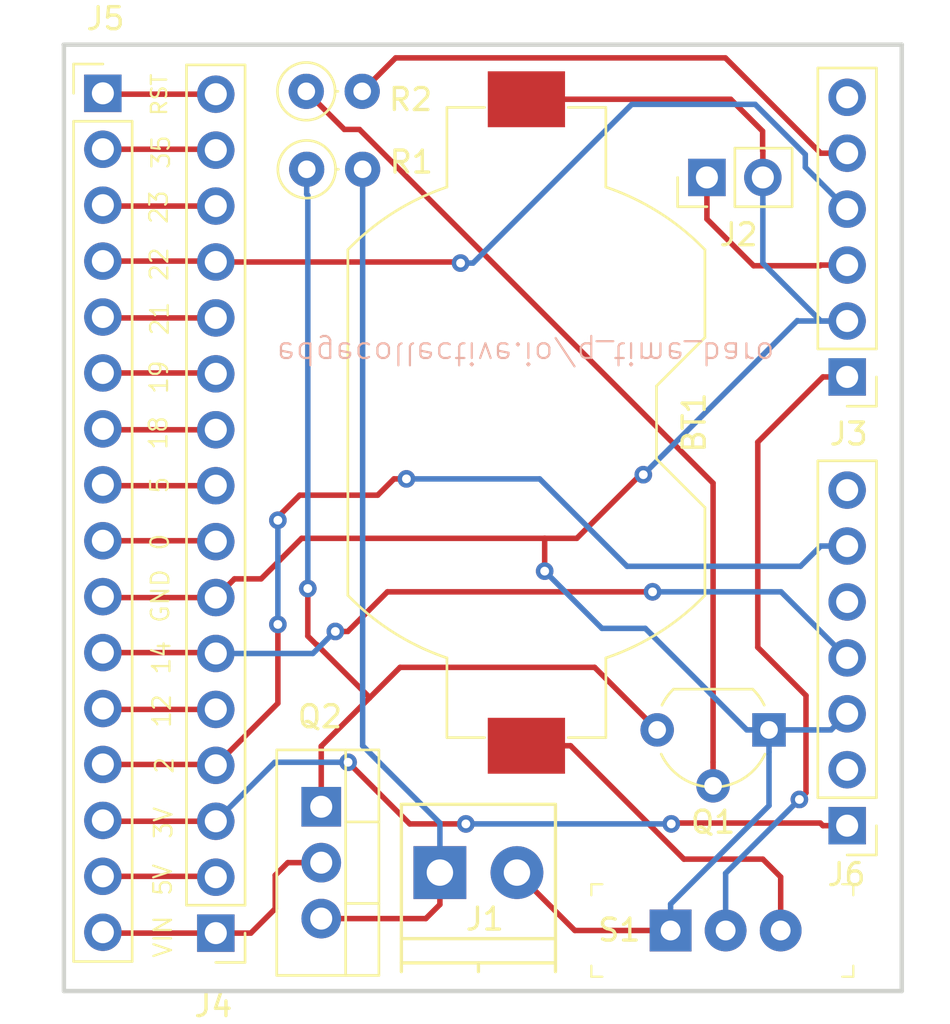
<source format=kicad_pcb>
(kicad_pcb (version 20171130) (host pcbnew 5.0.0-fee4fd1~65~ubuntu17.10.1)

  (general
    (thickness 1.6)
    (drawings 22)
    (tracks 166)
    (zones 0)
    (modules 12)
    (nets 24)
  )

  (page A4)
  (layers
    (0 Top signal)
    (31 Bottom signal)
    (32 B.Adhes user)
    (33 F.Adhes user)
    (34 B.Paste user)
    (35 F.Paste user)
    (36 B.SilkS user)
    (37 F.SilkS user)
    (38 B.Mask user)
    (39 F.Mask user)
    (40 Dwgs.User user)
    (41 Cmts.User user)
    (42 Eco1.User user)
    (43 Eco2.User user)
    (44 Edge.Cuts user)
    (45 Margin user)
    (46 B.CrtYd user)
    (47 F.CrtYd user)
    (48 B.Fab user)
    (49 F.Fab user)
  )

  (setup
    (last_trace_width 0.25)
    (user_trace_width 1.2)
    (user_trace_width 1.3)
    (user_trace_width 1.4)
    (user_trace_width 1.5)
    (user_trace_width 1.6)
    (user_trace_width 1.7)
    (user_trace_width 1.8)
    (trace_clearance 0.2)
    (zone_clearance 0.508)
    (zone_45_only no)
    (trace_min 0.2)
    (segment_width 0.2)
    (edge_width 0.15)
    (via_size 0.8)
    (via_drill 0.4)
    (via_min_size 0.4)
    (via_min_drill 0.3)
    (uvia_size 0.3)
    (uvia_drill 0.1)
    (uvias_allowed no)
    (uvia_min_size 0.2)
    (uvia_min_drill 0.1)
    (pcb_text_width 0.3)
    (pcb_text_size 1.5 1.5)
    (mod_edge_width 0.15)
    (mod_text_size 1 1)
    (mod_text_width 0.15)
    (pad_size 1.524 1.524)
    (pad_drill 0.762)
    (pad_to_mask_clearance 0.2)
    (aux_axis_origin 0 0)
    (visible_elements FFFFFF7F)
    (pcbplotparams
      (layerselection 0x010fc_ffffffff)
      (usegerberextensions false)
      (usegerberattributes false)
      (usegerberadvancedattributes false)
      (creategerberjobfile false)
      (excludeedgelayer true)
      (linewidth 0.100000)
      (plotframeref false)
      (viasonmask false)
      (mode 1)
      (useauxorigin false)
      (hpglpennumber 1)
      (hpglpenspeed 20)
      (hpglpendiameter 15.000000)
      (psnegative false)
      (psa4output false)
      (plotreference true)
      (plotvalue true)
      (plotinvisibletext false)
      (padsonsilk false)
      (subtractmaskfromsilk false)
      (outputformat 1)
      (mirror false)
      (drillshape 0)
      (scaleselection 1)
      (outputdirectory "gerb3/"))
  )

  (net 0 "")
  (net 1 "Net-(Q1-Pad2)")
  (net 2 "Net-(Q1-Pad3)")
  (net 3 GND)
  (net 4 "Net-(BT1-Pad1)")
  (net 5 "Net-(J1-Pad1)")
  (net 6 "Net-(J2-Pad1)")
  (net 7 "Net-(J3-Pad1)")
  (net 8 "Net-(J3-Pad4)")
  (net 9 "Net-(J3-Pad5)")
  (net 10 "Net-(J4-Pad1)")
  (net 11 "Net-(J4-Pad2)")
  (net 12 "Net-(J4-Pad3)")
  (net 13 "Net-(J4-Pad4)")
  (net 14 "Net-(J4-Pad5)")
  (net 15 "Net-(J4-Pad6)")
  (net 16 "Net-(J4-Pad8)")
  (net 17 "Net-(J4-Pad9)")
  (net 18 "Net-(J4-Pad10)")
  (net 19 "Net-(J4-Pad11)")
  (net 20 "Net-(J4-Pad12)")
  (net 21 "Net-(J4-Pad14)")
  (net 22 "Net-(J4-Pad15)")
  (net 23 "Net-(J4-Pad16)")

  (net_class Default "This is the default net class."
    (clearance 0.2)
    (trace_width 0.25)
    (via_dia 0.8)
    (via_drill 0.4)
    (uvia_dia 0.3)
    (uvia_drill 0.1)
    (add_net GND)
    (add_net "Net-(BT1-Pad1)")
    (add_net "Net-(J1-Pad1)")
    (add_net "Net-(J2-Pad1)")
    (add_net "Net-(J3-Pad1)")
    (add_net "Net-(J3-Pad4)")
    (add_net "Net-(J3-Pad5)")
    (add_net "Net-(J4-Pad1)")
    (add_net "Net-(J4-Pad10)")
    (add_net "Net-(J4-Pad11)")
    (add_net "Net-(J4-Pad12)")
    (add_net "Net-(J4-Pad14)")
    (add_net "Net-(J4-Pad15)")
    (add_net "Net-(J4-Pad16)")
    (add_net "Net-(J4-Pad2)")
    (add_net "Net-(J4-Pad3)")
    (add_net "Net-(J4-Pad4)")
    (add_net "Net-(J4-Pad5)")
    (add_net "Net-(J4-Pad6)")
    (add_net "Net-(J4-Pad8)")
    (add_net "Net-(J4-Pad9)")
    (add_net "Net-(Q1-Pad2)")
    (add_net "Net-(Q1-Pad3)")
  )

  (module Battery_Holders:Keystone_1058_1x2032-CoinCell (layer Top) (tedit 589EE147) (tstamp 5CC3EC58)
    (at 47.09 48.35 90)
    (descr http://www.keyelco.com/product-pdf.cfm?p=14028)
    (tags "Keystone type 1058 coin cell retainer")
    (path /5CC3BB2A)
    (attr smd)
    (fp_text reference BT1 (at 0 7.62 90) (layer F.SilkS)
      (effects (font (size 1 1) (thickness 0.15)))
    )
    (fp_text value Battery_Cell (at 0 -9.398 90) (layer F.Fab)
      (effects (font (size 1 1) (thickness 0.15)))
    )
    (fp_arc (start 0 0) (end 11.06 4.11) (angle 139.2) (layer F.CrtYd) (width 0.05))
    (fp_arc (start 0 0) (end -11.06 -4.11) (angle 139.2) (layer F.CrtYd) (width 0.05))
    (fp_line (start 11.06 4.11) (end 16.45 4.11) (layer F.CrtYd) (width 0.05))
    (fp_line (start 16.45 4.11) (end 16.45 -4.11) (layer F.CrtYd) (width 0.05))
    (fp_line (start 16.45 -4.11) (end 11.06 -4.11) (layer F.CrtYd) (width 0.05))
    (fp_line (start -16.45 -4.11) (end -11.06 -4.11) (layer F.CrtYd) (width 0.05))
    (fp_line (start -16.45 -4.11) (end -16.45 4.11) (layer F.CrtYd) (width 0.05))
    (fp_line (start -16.45 4.11) (end -11.06 4.11) (layer F.CrtYd) (width 0.05))
    (fp_arc (start 0 0) (end -10.692 3.61) (angle -27.3) (layer F.SilkS) (width 0.12))
    (fp_arc (start 0 0) (end 10.692 -3.61) (angle -27.3) (layer F.SilkS) (width 0.12))
    (fp_arc (start 0 0) (end 10.692 3.61) (angle 27.3) (layer F.SilkS) (width 0.12))
    (fp_arc (start 0 0) (end -10.692 -3.61) (angle 27.3) (layer F.SilkS) (width 0.12))
    (fp_line (start -14.31 1.9) (end -14.31 3.61) (layer F.SilkS) (width 0.12))
    (fp_line (start -10.692 3.61) (end -14.31 3.61) (layer F.SilkS) (width 0.12))
    (fp_line (start -3.86 8.11) (end -7.8473 8.11) (layer F.SilkS) (width 0.12))
    (fp_line (start -1.66 5.91) (end -3.86 8.11) (layer F.SilkS) (width 0.12))
    (fp_line (start 1.66 5.91) (end -1.66 5.91) (layer F.SilkS) (width 0.12))
    (fp_line (start 1.66 5.91) (end 3.86 8.11) (layer F.SilkS) (width 0.12))
    (fp_line (start 7.8473 8.11) (end 3.86 8.11) (layer F.SilkS) (width 0.12))
    (fp_line (start 14.31 1.9) (end 14.31 3.61) (layer F.SilkS) (width 0.12))
    (fp_line (start 14.31 3.61) (end 10.692 3.61) (layer F.SilkS) (width 0.12))
    (fp_line (start 10.692 -3.61) (end 14.31 -3.61) (layer F.SilkS) (width 0.12))
    (fp_line (start 14.31 -1.9) (end 14.31 -3.61) (layer F.SilkS) (width 0.12))
    (fp_line (start -7.8473 -8.11) (end 7.8473 -8.11) (layer F.SilkS) (width 0.12))
    (fp_line (start -14.31 -1.9) (end -14.31 -3.61) (layer F.SilkS) (width 0.12))
    (fp_line (start -14.31 -3.61) (end -10.692 -3.61) (layer F.SilkS) (width 0.12))
    (fp_arc (start 0 0) (end -10.61275 3.5) (angle -27.4635) (layer F.Fab) (width 0.1))
    (fp_arc (start 0 0) (end 10.61275 -3.5) (angle -27.4635) (layer F.Fab) (width 0.1))
    (fp_arc (start 0 0) (end 10.61275 3.5) (angle 27.4635) (layer F.Fab) (width 0.1))
    (fp_line (start 14.2 1.9) (end 14.2 3.5) (layer F.Fab) (width 0.1))
    (fp_line (start 14.2 3.5) (end 10.61275 3.5) (layer F.Fab) (width 0.1))
    (fp_line (start 10.61275 -3.5) (end 14.2 -3.5) (layer F.Fab) (width 0.1))
    (fp_line (start 14.2 -3.5) (end 14.2 -1.9) (layer F.Fab) (width 0.1))
    (fp_line (start -14.2 1.9) (end -14.2 3.5) (layer F.Fab) (width 0.1))
    (fp_line (start -14.2 3.5) (end -10.61275 3.5) (layer F.Fab) (width 0.1))
    (fp_line (start 3.9 8) (end 7.8026 8) (layer F.Fab) (width 0.1))
    (fp_line (start 1.7 5.8) (end 3.9 8) (layer F.Fab) (width 0.1))
    (fp_line (start -1.7 5.8) (end -3.9 8) (layer F.Fab) (width 0.1))
    (fp_line (start -1.7 5.8) (end 1.7 5.8) (layer F.Fab) (width 0.1))
    (fp_line (start -14.2 -3.5) (end -10.61275 -3.5) (layer F.Fab) (width 0.1))
    (fp_line (start -14.2 -3.5) (end -14.2 -1.9) (layer F.Fab) (width 0.1))
    (fp_line (start -3.9 8) (end -7.8026 8) (layer F.Fab) (width 0.1))
    (fp_line (start -7.8026 -8) (end 7.8026 -8) (layer F.Fab) (width 0.1))
    (fp_arc (start 0 0) (end -10.61275 -3.5) (angle 27.4635) (layer F.Fab) (width 0.1))
    (fp_circle (center 0 0) (end 10 0) (layer Dwgs.User) (width 0.15))
    (pad 1 smd rect (at -14.68 0 90) (size 2.54 3.51) (layers Top F.Paste F.Mask)
      (net 4 "Net-(BT1-Pad1)"))
    (pad 2 smd rect (at 14.68 0 90) (size 2.54 3.51) (layers Top F.Paste F.Mask)
      (net 3 GND))
  )

  (module TerminalBlocks_Phoenix:TerminalBlock_Phoenix_PT-3.5mm_2pol (layer Top) (tedit 59FF0756) (tstamp 5CC3EC69)
    (at 43.16 68.79)
    (descr "2-way 3.5mm pitch terminal block, Phoenix PT series")
    (path /5CC3BAD2)
    (fp_text reference J1 (at 2.04 2.11) (layer F.SilkS)
      (effects (font (size 1 1) (thickness 0.15)))
    )
    (fp_text value Screw_Terminal_01x02 (at 1.75 6) (layer F.Fab)
      (effects (font (size 1 1) (thickness 0.15)))
    )
    (fp_line (start 5.25 -3.1) (end -1.75 -3.1) (layer F.SilkS) (width 0.15))
    (fp_line (start 5.25 4.5) (end 5.25 -3.1) (layer F.SilkS) (width 0.15))
    (fp_line (start -1.75 -3.1) (end -1.75 4.5) (layer F.SilkS) (width 0.15))
    (fp_line (start -1.75 4.1) (end 5.25 4.1) (layer F.SilkS) (width 0.15))
    (fp_line (start -1.75 3) (end 5.25 3) (layer F.SilkS) (width 0.15))
    (fp_line (start 1.75 4.1) (end 1.75 4.5) (layer F.SilkS) (width 0.15))
    (fp_line (start 5.4 -3.3) (end 5.4 4.7) (layer F.CrtYd) (width 0.05))
    (fp_line (start 5.4 4.7) (end -1.9 4.7) (layer F.CrtYd) (width 0.05))
    (fp_line (start -1.9 4.7) (end -1.9 -3.3) (layer F.CrtYd) (width 0.05))
    (fp_line (start -1.9 -3.3) (end 5.4 -3.3) (layer F.CrtYd) (width 0.05))
    (fp_text user %R (at 1.75 0) (layer F.Fab)
      (effects (font (size 1 1) (thickness 0.15)))
    )
    (pad 1 thru_hole rect (at 0 0) (size 2.4 2.4) (drill 1.2) (layers *.Cu *.Mask)
      (net 5 "Net-(J1-Pad1)"))
    (pad 2 thru_hole circle (at 3.5 0) (size 2.4 2.4) (drill 1.2) (layers *.Cu *.Mask)
      (net 3 GND))
    (model ${KISYS3DMOD}/TerminalBlock_Phoenix.3dshapes/TerminalBlock_Phoenix_PT-3.5mm_2pol.wrl
      (at (xyz 0 0 0))
      (scale (xyz 1 1 1))
      (rotate (xyz 0 0 0))
    )
  )

  (module Pin_Headers:Pin_Header_Straight_1x02_Pitch2.54mm (layer Top) (tedit 59650532) (tstamp 5CC3EC7F)
    (at 55.29 37.22 90)
    (descr "Through hole straight pin header, 1x02, 2.54mm pitch, single row")
    (tags "Through hole pin header THT 1x02 2.54mm single row")
    (path /5CC3BAD9)
    (fp_text reference J2 (at -2.6 1.44 180) (layer F.SilkS)
      (effects (font (size 1 1) (thickness 0.15)))
    )
    (fp_text value Conn_01x02 (at 0 4.87 90) (layer F.Fab)
      (effects (font (size 1 1) (thickness 0.15)))
    )
    (fp_text user %R (at 0 1.27 180) (layer F.Fab)
      (effects (font (size 1 1) (thickness 0.15)))
    )
    (fp_line (start 1.8 -1.8) (end -1.8 -1.8) (layer F.CrtYd) (width 0.05))
    (fp_line (start 1.8 4.35) (end 1.8 -1.8) (layer F.CrtYd) (width 0.05))
    (fp_line (start -1.8 4.35) (end 1.8 4.35) (layer F.CrtYd) (width 0.05))
    (fp_line (start -1.8 -1.8) (end -1.8 4.35) (layer F.CrtYd) (width 0.05))
    (fp_line (start -1.33 -1.33) (end 0 -1.33) (layer F.SilkS) (width 0.12))
    (fp_line (start -1.33 0) (end -1.33 -1.33) (layer F.SilkS) (width 0.12))
    (fp_line (start -1.33 1.27) (end 1.33 1.27) (layer F.SilkS) (width 0.12))
    (fp_line (start 1.33 1.27) (end 1.33 3.87) (layer F.SilkS) (width 0.12))
    (fp_line (start -1.33 1.27) (end -1.33 3.87) (layer F.SilkS) (width 0.12))
    (fp_line (start -1.33 3.87) (end 1.33 3.87) (layer F.SilkS) (width 0.12))
    (fp_line (start -1.27 -0.635) (end -0.635 -1.27) (layer F.Fab) (width 0.1))
    (fp_line (start -1.27 3.81) (end -1.27 -0.635) (layer F.Fab) (width 0.1))
    (fp_line (start 1.27 3.81) (end -1.27 3.81) (layer F.Fab) (width 0.1))
    (fp_line (start 1.27 -1.27) (end 1.27 3.81) (layer F.Fab) (width 0.1))
    (fp_line (start -0.635 -1.27) (end 1.27 -1.27) (layer F.Fab) (width 0.1))
    (pad 2 thru_hole oval (at 0 2.54 90) (size 1.7 1.7) (drill 1) (layers *.Cu *.Mask)
      (net 3 GND))
    (pad 1 thru_hole rect (at 0 0 90) (size 1.7 1.7) (drill 1) (layers *.Cu *.Mask)
      (net 6 "Net-(J2-Pad1)"))
    (model ${KISYS3DMOD}/Pin_Headers.3dshapes/Pin_Header_Straight_1x02_Pitch2.54mm.wrl
      (at (xyz 0 0 0))
      (scale (xyz 1 1 1))
      (rotate (xyz 0 0 0))
    )
  )

  (module Pin_Headers:Pin_Header_Straight_1x16_Pitch2.54mm (layer Top) (tedit 59650532) (tstamp 5CC3ECA3)
    (at 32.98 71.54 180)
    (descr "Through hole straight pin header, 1x16, 2.54mm pitch, single row")
    (tags "Through hole pin header THT 1x16 2.54mm single row")
    (path /5CC3BAE4)
    (fp_text reference J4 (at 0.11 -3.29 180) (layer F.SilkS)
      (effects (font (size 1 1) (thickness 0.15)))
    )
    (fp_text value Conn_01x16 (at 0 40.43 180) (layer F.Fab)
      (effects (font (size 1 1) (thickness 0.15)))
    )
    (fp_line (start -0.635 -1.27) (end 1.27 -1.27) (layer F.Fab) (width 0.1))
    (fp_line (start 1.27 -1.27) (end 1.27 39.37) (layer F.Fab) (width 0.1))
    (fp_line (start 1.27 39.37) (end -1.27 39.37) (layer F.Fab) (width 0.1))
    (fp_line (start -1.27 39.37) (end -1.27 -0.635) (layer F.Fab) (width 0.1))
    (fp_line (start -1.27 -0.635) (end -0.635 -1.27) (layer F.Fab) (width 0.1))
    (fp_line (start -1.33 39.43) (end 1.33 39.43) (layer F.SilkS) (width 0.12))
    (fp_line (start -1.33 1.27) (end -1.33 39.43) (layer F.SilkS) (width 0.12))
    (fp_line (start 1.33 1.27) (end 1.33 39.43) (layer F.SilkS) (width 0.12))
    (fp_line (start -1.33 1.27) (end 1.33 1.27) (layer F.SilkS) (width 0.12))
    (fp_line (start -1.33 0) (end -1.33 -1.33) (layer F.SilkS) (width 0.12))
    (fp_line (start -1.33 -1.33) (end 0 -1.33) (layer F.SilkS) (width 0.12))
    (fp_line (start -1.8 -1.8) (end -1.8 39.9) (layer F.CrtYd) (width 0.05))
    (fp_line (start -1.8 39.9) (end 1.8 39.9) (layer F.CrtYd) (width 0.05))
    (fp_line (start 1.8 39.9) (end 1.8 -1.8) (layer F.CrtYd) (width 0.05))
    (fp_line (start 1.8 -1.8) (end -1.8 -1.8) (layer F.CrtYd) (width 0.05))
    (fp_text user %R (at 0 19.05 270) (layer F.Fab)
      (effects (font (size 1 1) (thickness 0.15)))
    )
    (pad 1 thru_hole rect (at 0 0 180) (size 1.7 1.7) (drill 1) (layers *.Cu *.Mask)
      (net 10 "Net-(J4-Pad1)"))
    (pad 2 thru_hole oval (at 0 2.54 180) (size 1.7 1.7) (drill 1) (layers *.Cu *.Mask)
      (net 11 "Net-(J4-Pad2)"))
    (pad 3 thru_hole oval (at 0 5.08 180) (size 1.7 1.7) (drill 1) (layers *.Cu *.Mask)
      (net 12 "Net-(J4-Pad3)"))
    (pad 4 thru_hole oval (at 0 7.62 180) (size 1.7 1.7) (drill 1) (layers *.Cu *.Mask)
      (net 13 "Net-(J4-Pad4)"))
    (pad 5 thru_hole oval (at 0 10.16 180) (size 1.7 1.7) (drill 1) (layers *.Cu *.Mask)
      (net 14 "Net-(J4-Pad5)"))
    (pad 6 thru_hole oval (at 0 12.7 180) (size 1.7 1.7) (drill 1) (layers *.Cu *.Mask)
      (net 15 "Net-(J4-Pad6)"))
    (pad 7 thru_hole oval (at 0 15.24 180) (size 1.7 1.7) (drill 1) (layers *.Cu *.Mask)
      (net 3 GND))
    (pad 8 thru_hole oval (at 0 17.78 180) (size 1.7 1.7) (drill 1) (layers *.Cu *.Mask)
      (net 16 "Net-(J4-Pad8)"))
    (pad 9 thru_hole oval (at 0 20.32 180) (size 1.7 1.7) (drill 1) (layers *.Cu *.Mask)
      (net 17 "Net-(J4-Pad9)"))
    (pad 10 thru_hole oval (at 0 22.86 180) (size 1.7 1.7) (drill 1) (layers *.Cu *.Mask)
      (net 18 "Net-(J4-Pad10)"))
    (pad 11 thru_hole oval (at 0 25.4 180) (size 1.7 1.7) (drill 1) (layers *.Cu *.Mask)
      (net 19 "Net-(J4-Pad11)"))
    (pad 12 thru_hole oval (at 0 27.94 180) (size 1.7 1.7) (drill 1) (layers *.Cu *.Mask)
      (net 20 "Net-(J4-Pad12)"))
    (pad 13 thru_hole oval (at 0 30.48 180) (size 1.7 1.7) (drill 1) (layers *.Cu *.Mask)
      (net 8 "Net-(J3-Pad4)"))
    (pad 14 thru_hole oval (at 0 33.02 180) (size 1.7 1.7) (drill 1) (layers *.Cu *.Mask)
      (net 21 "Net-(J4-Pad14)"))
    (pad 15 thru_hole oval (at 0 35.56 180) (size 1.7 1.7) (drill 1) (layers *.Cu *.Mask)
      (net 22 "Net-(J4-Pad15)"))
    (pad 16 thru_hole oval (at 0 38.1 180) (size 1.7 1.7) (drill 1) (layers *.Cu *.Mask)
      (net 23 "Net-(J4-Pad16)"))
    (model ${KISYS3DMOD}/Pin_Headers.3dshapes/Pin_Header_Straight_1x16_Pitch2.54mm.wrl
      (at (xyz 0 0 0))
      (scale (xyz 1 1 1))
      (rotate (xyz 0 0 0))
    )
  )

  (module TO_SOT_Packages_THT:TO-92_Molded_Wide (layer Top) (tedit 58CE52AF) (tstamp 5CC3ECB7)
    (at 58.11 62.31 180)
    (descr "TO-92 leads molded, wide, drill 0.8mm (see NXP sot054_po.pdf)")
    (tags "to-92 sc-43 sc-43a sot54 PA33 transistor")
    (path /5CC3BAB2)
    (fp_text reference Q1 (at 2.54 -4.19) (layer F.SilkS)
      (effects (font (size 1 1) (thickness 0.15)))
    )
    (fp_text value Q_NPN_EBC (at 2.54 2.79 180) (layer F.Fab)
      (effects (font (size 1 1) (thickness 0.15)))
    )
    (fp_arc (start 2.54 0) (end 4.34 1.85) (angle -20) (layer F.SilkS) (width 0.12))
    (fp_arc (start 2.54 0) (end 2.54 -2.48) (angle -135) (layer F.Fab) (width 0.1))
    (fp_arc (start 2.54 0) (end 2.54 -2.48) (angle 135) (layer F.Fab) (width 0.1))
    (fp_arc (start 2.54 0) (end 2.54 -2.6) (angle 65) (layer F.SilkS) (width 0.12))
    (fp_arc (start 2.54 0) (end 2.54 -2.6) (angle -65) (layer F.SilkS) (width 0.12))
    (fp_arc (start 2.54 0) (end 0.74 1.85) (angle 20) (layer F.SilkS) (width 0.12))
    (fp_line (start 6.09 2.01) (end -1.01 2.01) (layer F.CrtYd) (width 0.05))
    (fp_line (start 6.09 2.01) (end 6.09 -3.55) (layer F.CrtYd) (width 0.05))
    (fp_line (start -1.01 -3.55) (end -1.01 2.01) (layer F.CrtYd) (width 0.05))
    (fp_line (start -1.01 -3.55) (end 6.09 -3.55) (layer F.CrtYd) (width 0.05))
    (fp_line (start 0.8 1.75) (end 4.3 1.75) (layer F.Fab) (width 0.1))
    (fp_line (start 0.74 1.85) (end 4.34 1.85) (layer F.SilkS) (width 0.12))
    (fp_text user %R (at 2.54 -4.19) (layer F.Fab)
      (effects (font (size 1 1) (thickness 0.15)))
    )
    (pad 1 thru_hole rect (at 0 0 270) (size 1.52 1.52) (drill 0.8) (layers *.Cu *.Mask)
      (net 3 GND))
    (pad 3 thru_hole circle (at 5.08 0 270) (size 1.52 1.52) (drill 0.8) (layers *.Cu *.Mask)
      (net 2 "Net-(Q1-Pad3)"))
    (pad 2 thru_hole circle (at 2.54 -2.54 270) (size 1.52 1.52) (drill 0.8) (layers *.Cu *.Mask)
      (net 1 "Net-(Q1-Pad2)"))
    (model ${KISYS3DMOD}/TO_SOT_Packages_THT.3dshapes/TO-92_Molded_Wide.wrl
      (offset (xyz 2.539999961853027 0 0))
      (scale (xyz 1 1 1))
      (rotate (xyz 0 0 -90))
    )
  )

  (module TO_SOT_Packages_THT:TO-220-3_Vertical (layer Top) (tedit 58CE52AD) (tstamp 5CC3ECD1)
    (at 37.77 65.8 270)
    (descr "TO-220-3, Vertical, RM 2.54mm")
    (tags "TO-220-3 Vertical RM 2.54mm")
    (path /5CC3BAB9)
    (fp_text reference Q2 (at -4.09 0.06) (layer F.SilkS)
      (effects (font (size 1 1) (thickness 0.15)))
    )
    (fp_text value Q_PMOS_GDS (at 2.54 3.92 270) (layer F.Fab)
      (effects (font (size 1 1) (thickness 0.15)))
    )
    (fp_text user %R (at 2.54 -3.62 270) (layer F.Fab)
      (effects (font (size 1 1) (thickness 0.15)))
    )
    (fp_line (start -2.46 -2.5) (end -2.46 1.9) (layer F.Fab) (width 0.1))
    (fp_line (start -2.46 1.9) (end 7.54 1.9) (layer F.Fab) (width 0.1))
    (fp_line (start 7.54 1.9) (end 7.54 -2.5) (layer F.Fab) (width 0.1))
    (fp_line (start 7.54 -2.5) (end -2.46 -2.5) (layer F.Fab) (width 0.1))
    (fp_line (start -2.46 -1.23) (end 7.54 -1.23) (layer F.Fab) (width 0.1))
    (fp_line (start 0.69 -2.5) (end 0.69 -1.23) (layer F.Fab) (width 0.1))
    (fp_line (start 4.39 -2.5) (end 4.39 -1.23) (layer F.Fab) (width 0.1))
    (fp_line (start -2.58 -2.62) (end 7.66 -2.62) (layer F.SilkS) (width 0.12))
    (fp_line (start -2.58 2.021) (end 7.66 2.021) (layer F.SilkS) (width 0.12))
    (fp_line (start -2.58 -2.62) (end -2.58 2.021) (layer F.SilkS) (width 0.12))
    (fp_line (start 7.66 -2.62) (end 7.66 2.021) (layer F.SilkS) (width 0.12))
    (fp_line (start -2.58 -1.11) (end 7.66 -1.11) (layer F.SilkS) (width 0.12))
    (fp_line (start 0.69 -2.62) (end 0.69 -1.11) (layer F.SilkS) (width 0.12))
    (fp_line (start 4.391 -2.62) (end 4.391 -1.11) (layer F.SilkS) (width 0.12))
    (fp_line (start -2.71 -2.75) (end -2.71 2.16) (layer F.CrtYd) (width 0.05))
    (fp_line (start -2.71 2.16) (end 7.79 2.16) (layer F.CrtYd) (width 0.05))
    (fp_line (start 7.79 2.16) (end 7.79 -2.75) (layer F.CrtYd) (width 0.05))
    (fp_line (start 7.79 -2.75) (end -2.71 -2.75) (layer F.CrtYd) (width 0.05))
    (pad 1 thru_hole rect (at 0 0 270) (size 1.8 1.8) (drill 1) (layers *.Cu *.Mask)
      (net 2 "Net-(Q1-Pad3)"))
    (pad 2 thru_hole oval (at 2.54 0 270) (size 1.8 1.8) (drill 1) (layers *.Cu *.Mask)
      (net 10 "Net-(J4-Pad1)"))
    (pad 3 thru_hole oval (at 5.08 0 270) (size 1.8 1.8) (drill 1) (layers *.Cu *.Mask)
      (net 5 "Net-(J1-Pad1)"))
    (model ${KISYS3DMOD}/TO_SOT_Packages_THT.3dshapes/TO-220-3_Vertical.wrl
      (offset (xyz 2.539999961853027 0 0))
      (scale (xyz 0.393701 0.393701 0.393701))
      (rotate (xyz 0 0 0))
    )
  )

  (module digikey-footprints:Switch_Slide_11.6x4mm_EG1218 (layer Top) (tedit 5A1EC915) (tstamp 5CC3ED15)
    (at 53.64 71.42)
    (descr http://spec_sheets.e-switch.com/specs/P040040.pdf)
    (path /5CC3CF5D)
    (fp_text reference S1 (at -2.33 -0.02) (layer F.SilkS)
      (effects (font (size 1 1) (thickness 0.15)))
    )
    (fp_text value EG1218 (at 2.11 3.14) (layer F.Fab)
      (effects (font (size 1 1) (thickness 0.15)))
    )
    (fp_text user %R (at 2.5 0) (layer F.Fab)
      (effects (font (size 1 1) (thickness 0.15)))
    )
    (fp_line (start -3.67 2.25) (end -3.67 -2.25) (layer F.CrtYd) (width 0.05))
    (fp_line (start -3.67 2.25) (end 8.43 2.25) (layer F.CrtYd) (width 0.05))
    (fp_line (start 8.43 2.25) (end 8.43 -2.25) (layer F.CrtYd) (width 0.05))
    (fp_line (start -3.67 -2.25) (end 8.43 -2.25) (layer F.CrtYd) (width 0.05))
    (fp_line (start 8.3 2.1) (end 7.8 2.1) (layer F.SilkS) (width 0.1))
    (fp_line (start 8.3 2.1) (end 8.3 1.6) (layer F.SilkS) (width 0.1))
    (fp_line (start -3.6 2.1) (end -3.1 2.1) (layer F.SilkS) (width 0.1))
    (fp_line (start -3.6 2.1) (end -3.6 1.6) (layer F.SilkS) (width 0.1))
    (fp_line (start -3.6 -2.1) (end -3.1 -2.1) (layer F.SilkS) (width 0.1))
    (fp_line (start -3.6 -2.1) (end -3.6 -1.6) (layer F.SilkS) (width 0.1))
    (fp_line (start 8.3 -2.1) (end 8.3 -1.6) (layer F.SilkS) (width 0.1))
    (fp_line (start 8.3 -2.1) (end 7.8 -2.1) (layer F.SilkS) (width 0.1))
    (fp_line (start -3.42 2) (end 8.18 2) (layer F.Fab) (width 0.1))
    (fp_line (start 8.18 2) (end 8.18 -2) (layer F.Fab) (width 0.1))
    (fp_line (start -3.42 2) (end -3.42 -2) (layer F.Fab) (width 0.1))
    (fp_line (start -3.42 -2) (end 8.18 -2) (layer F.Fab) (width 0.1))
    (pad 1 thru_hole rect (at 0 0) (size 1.9 1.9) (drill 0.9) (layers *.Cu *.Mask)
      (net 3 GND))
    (pad 2 thru_hole circle (at 2.5 0) (size 1.9 1.9) (drill 0.9) (layers *.Cu *.Mask)
      (net 7 "Net-(J3-Pad1)"))
    (pad 3 thru_hole circle (at 5 0) (size 1.9 1.9) (drill 0.9) (layers *.Cu *.Mask)
      (net 4 "Net-(BT1-Pad1)"))
  )

  (module Pin_Headers:Pin_Header_Straight_1x06_Pitch2.54mm (layer Top) (tedit 59650532) (tstamp 5CC3ED2F)
    (at 61.66 46.28 180)
    (descr "Through hole straight pin header, 1x06, 2.54mm pitch, single row")
    (tags "Through hole pin header THT 1x06 2.54mm single row")
    (path /5CC3BAAB)
    (fp_text reference J3 (at -0.07 -2.59 180) (layer F.SilkS)
      (effects (font (size 1 1) (thickness 0.15)))
    )
    (fp_text value tpl5110 (at 0 15.03 180) (layer F.Fab)
      (effects (font (size 1 1) (thickness 0.15)))
    )
    (fp_text user %R (at 0 6.35 270) (layer F.Fab)
      (effects (font (size 1 1) (thickness 0.15)))
    )
    (fp_line (start 1.8 -1.8) (end -1.8 -1.8) (layer F.CrtYd) (width 0.05))
    (fp_line (start 1.8 14.5) (end 1.8 -1.8) (layer F.CrtYd) (width 0.05))
    (fp_line (start -1.8 14.5) (end 1.8 14.5) (layer F.CrtYd) (width 0.05))
    (fp_line (start -1.8 -1.8) (end -1.8 14.5) (layer F.CrtYd) (width 0.05))
    (fp_line (start -1.33 -1.33) (end 0 -1.33) (layer F.SilkS) (width 0.12))
    (fp_line (start -1.33 0) (end -1.33 -1.33) (layer F.SilkS) (width 0.12))
    (fp_line (start -1.33 1.27) (end 1.33 1.27) (layer F.SilkS) (width 0.12))
    (fp_line (start 1.33 1.27) (end 1.33 14.03) (layer F.SilkS) (width 0.12))
    (fp_line (start -1.33 1.27) (end -1.33 14.03) (layer F.SilkS) (width 0.12))
    (fp_line (start -1.33 14.03) (end 1.33 14.03) (layer F.SilkS) (width 0.12))
    (fp_line (start -1.27 -0.635) (end -0.635 -1.27) (layer F.Fab) (width 0.1))
    (fp_line (start -1.27 13.97) (end -1.27 -0.635) (layer F.Fab) (width 0.1))
    (fp_line (start 1.27 13.97) (end -1.27 13.97) (layer F.Fab) (width 0.1))
    (fp_line (start 1.27 -1.27) (end 1.27 13.97) (layer F.Fab) (width 0.1))
    (fp_line (start -0.635 -1.27) (end 1.27 -1.27) (layer F.Fab) (width 0.1))
    (pad 6 thru_hole oval (at 0 12.7 180) (size 1.7 1.7) (drill 1) (layers *.Cu *.Mask))
    (pad 5 thru_hole oval (at 0 10.16 180) (size 1.7 1.7) (drill 1) (layers *.Cu *.Mask)
      (net 9 "Net-(J3-Pad5)"))
    (pad 4 thru_hole oval (at 0 7.62 180) (size 1.7 1.7) (drill 1) (layers *.Cu *.Mask)
      (net 8 "Net-(J3-Pad4)"))
    (pad 3 thru_hole oval (at 0 5.08 180) (size 1.7 1.7) (drill 1) (layers *.Cu *.Mask)
      (net 6 "Net-(J2-Pad1)"))
    (pad 2 thru_hole oval (at 0 2.54 180) (size 1.7 1.7) (drill 1) (layers *.Cu *.Mask)
      (net 3 GND))
    (pad 1 thru_hole rect (at 0 0 180) (size 1.7 1.7) (drill 1) (layers *.Cu *.Mask)
      (net 7 "Net-(J3-Pad1)"))
    (model ${KISYS3DMOD}/Pin_Headers.3dshapes/Pin_Header_Straight_1x06_Pitch2.54mm.wrl
      (at (xyz 0 0 0))
      (scale (xyz 1 1 1))
      (rotate (xyz 0 0 0))
    )
  )

  (module Pin_Headers:Pin_Header_Straight_1x16_Pitch2.54mm (layer Top) (tedit 59650532) (tstamp 5CC38974)
    (at 27.85 33.4)
    (descr "Through hole straight pin header, 1x16, 2.54mm pitch, single row")
    (tags "Through hole pin header THT 1x16 2.54mm single row")
    (path /5CC4C11E)
    (fp_text reference J5 (at 0.12 -3.39) (layer F.SilkS)
      (effects (font (size 1 1) (thickness 0.15)))
    )
    (fp_text value Conn_01x16 (at 0 40.43) (layer F.Fab)
      (effects (font (size 1 1) (thickness 0.15)))
    )
    (fp_line (start -0.635 -1.27) (end 1.27 -1.27) (layer F.Fab) (width 0.1))
    (fp_line (start 1.27 -1.27) (end 1.27 39.37) (layer F.Fab) (width 0.1))
    (fp_line (start 1.27 39.37) (end -1.27 39.37) (layer F.Fab) (width 0.1))
    (fp_line (start -1.27 39.37) (end -1.27 -0.635) (layer F.Fab) (width 0.1))
    (fp_line (start -1.27 -0.635) (end -0.635 -1.27) (layer F.Fab) (width 0.1))
    (fp_line (start -1.33 39.43) (end 1.33 39.43) (layer F.SilkS) (width 0.12))
    (fp_line (start -1.33 1.27) (end -1.33 39.43) (layer F.SilkS) (width 0.12))
    (fp_line (start 1.33 1.27) (end 1.33 39.43) (layer F.SilkS) (width 0.12))
    (fp_line (start -1.33 1.27) (end 1.33 1.27) (layer F.SilkS) (width 0.12))
    (fp_line (start -1.33 0) (end -1.33 -1.33) (layer F.SilkS) (width 0.12))
    (fp_line (start -1.33 -1.33) (end 0 -1.33) (layer F.SilkS) (width 0.12))
    (fp_line (start -1.8 -1.8) (end -1.8 39.9) (layer F.CrtYd) (width 0.05))
    (fp_line (start -1.8 39.9) (end 1.8 39.9) (layer F.CrtYd) (width 0.05))
    (fp_line (start 1.8 39.9) (end 1.8 -1.8) (layer F.CrtYd) (width 0.05))
    (fp_line (start 1.8 -1.8) (end -1.8 -1.8) (layer F.CrtYd) (width 0.05))
    (fp_text user %R (at 0 19.05 90) (layer F.Fab)
      (effects (font (size 1 1) (thickness 0.15)))
    )
    (pad 1 thru_hole rect (at 0 0) (size 1.7 1.7) (drill 1) (layers *.Cu *.Mask)
      (net 23 "Net-(J4-Pad16)"))
    (pad 2 thru_hole oval (at 0 2.54) (size 1.7 1.7) (drill 1) (layers *.Cu *.Mask)
      (net 22 "Net-(J4-Pad15)"))
    (pad 3 thru_hole oval (at 0 5.08) (size 1.7 1.7) (drill 1) (layers *.Cu *.Mask)
      (net 21 "Net-(J4-Pad14)"))
    (pad 4 thru_hole oval (at 0 7.62) (size 1.7 1.7) (drill 1) (layers *.Cu *.Mask)
      (net 8 "Net-(J3-Pad4)"))
    (pad 5 thru_hole oval (at 0 10.16) (size 1.7 1.7) (drill 1) (layers *.Cu *.Mask)
      (net 20 "Net-(J4-Pad12)"))
    (pad 6 thru_hole oval (at 0 12.7) (size 1.7 1.7) (drill 1) (layers *.Cu *.Mask)
      (net 19 "Net-(J4-Pad11)"))
    (pad 7 thru_hole oval (at 0 15.24) (size 1.7 1.7) (drill 1) (layers *.Cu *.Mask)
      (net 18 "Net-(J4-Pad10)"))
    (pad 8 thru_hole oval (at 0 17.78) (size 1.7 1.7) (drill 1) (layers *.Cu *.Mask)
      (net 17 "Net-(J4-Pad9)"))
    (pad 9 thru_hole oval (at 0 20.32) (size 1.7 1.7) (drill 1) (layers *.Cu *.Mask)
      (net 16 "Net-(J4-Pad8)"))
    (pad 10 thru_hole oval (at 0 22.86) (size 1.7 1.7) (drill 1) (layers *.Cu *.Mask)
      (net 3 GND))
    (pad 11 thru_hole oval (at 0 25.4) (size 1.7 1.7) (drill 1) (layers *.Cu *.Mask)
      (net 15 "Net-(J4-Pad6)"))
    (pad 12 thru_hole oval (at 0 27.94) (size 1.7 1.7) (drill 1) (layers *.Cu *.Mask)
      (net 14 "Net-(J4-Pad5)"))
    (pad 13 thru_hole oval (at 0 30.48) (size 1.7 1.7) (drill 1) (layers *.Cu *.Mask)
      (net 13 "Net-(J4-Pad4)"))
    (pad 14 thru_hole oval (at 0 33.02) (size 1.7 1.7) (drill 1) (layers *.Cu *.Mask)
      (net 12 "Net-(J4-Pad3)"))
    (pad 15 thru_hole oval (at 0 35.56) (size 1.7 1.7) (drill 1) (layers *.Cu *.Mask)
      (net 11 "Net-(J4-Pad2)"))
    (pad 16 thru_hole oval (at 0 38.1) (size 1.7 1.7) (drill 1) (layers *.Cu *.Mask)
      (net 10 "Net-(J4-Pad1)"))
    (model ${KISYS3DMOD}/Pin_Headers.3dshapes/Pin_Header_Straight_1x16_Pitch2.54mm.wrl
      (at (xyz 0 0 0))
      (scale (xyz 1 1 1))
      (rotate (xyz 0 0 0))
    )
  )

  (module Pin_Headers:Pin_Header_Straight_1x07_Pitch2.54mm (layer Top) (tedit 59650532) (tstamp 5CC4D426)
    (at 61.66 66.66 180)
    (descr "Through hole straight pin header, 1x07, 2.54mm pitch, single row")
    (tags "Through hole pin header THT 1x07 2.54mm single row")
    (path /5CC51F0D)
    (fp_text reference J6 (at 0.03 -2.22) (layer F.SilkS)
      (effects (font (size 1 1) (thickness 0.15)))
    )
    (fp_text value Conn_01x07 (at 0 17.57 180) (layer F.Fab)
      (effects (font (size 1 1) (thickness 0.15)))
    )
    (fp_text user %R (at 0 7.62 270) (layer F.Fab)
      (effects (font (size 1 1) (thickness 0.15)))
    )
    (fp_line (start 1.8 -1.8) (end -1.8 -1.8) (layer F.CrtYd) (width 0.05))
    (fp_line (start 1.8 17.05) (end 1.8 -1.8) (layer F.CrtYd) (width 0.05))
    (fp_line (start -1.8 17.05) (end 1.8 17.05) (layer F.CrtYd) (width 0.05))
    (fp_line (start -1.8 -1.8) (end -1.8 17.05) (layer F.CrtYd) (width 0.05))
    (fp_line (start -1.33 -1.33) (end 0 -1.33) (layer F.SilkS) (width 0.12))
    (fp_line (start -1.33 0) (end -1.33 -1.33) (layer F.SilkS) (width 0.12))
    (fp_line (start -1.33 1.27) (end 1.33 1.27) (layer F.SilkS) (width 0.12))
    (fp_line (start 1.33 1.27) (end 1.33 16.57) (layer F.SilkS) (width 0.12))
    (fp_line (start -1.33 1.27) (end -1.33 16.57) (layer F.SilkS) (width 0.12))
    (fp_line (start -1.33 16.57) (end 1.33 16.57) (layer F.SilkS) (width 0.12))
    (fp_line (start -1.27 -0.635) (end -0.635 -1.27) (layer F.Fab) (width 0.1))
    (fp_line (start -1.27 16.51) (end -1.27 -0.635) (layer F.Fab) (width 0.1))
    (fp_line (start 1.27 16.51) (end -1.27 16.51) (layer F.Fab) (width 0.1))
    (fp_line (start 1.27 -1.27) (end 1.27 16.51) (layer F.Fab) (width 0.1))
    (fp_line (start -0.635 -1.27) (end 1.27 -1.27) (layer F.Fab) (width 0.1))
    (pad 7 thru_hole oval (at 0 15.24 180) (size 1.7 1.7) (drill 1) (layers *.Cu *.Mask))
    (pad 6 thru_hole oval (at 0 12.7 180) (size 1.7 1.7) (drill 1) (layers *.Cu *.Mask)
      (net 13 "Net-(J4-Pad4)"))
    (pad 5 thru_hole oval (at 0 10.16 180) (size 1.7 1.7) (drill 1) (layers *.Cu *.Mask))
    (pad 4 thru_hole oval (at 0 7.62 180) (size 1.7 1.7) (drill 1) (layers *.Cu *.Mask)
      (net 15 "Net-(J4-Pad6)"))
    (pad 3 thru_hole oval (at 0 5.08 180) (size 1.7 1.7) (drill 1) (layers *.Cu *.Mask)
      (net 3 GND))
    (pad 2 thru_hole oval (at 0 2.54 180) (size 1.7 1.7) (drill 1) (layers *.Cu *.Mask))
    (pad 1 thru_hole rect (at 0 0 180) (size 1.7 1.7) (drill 1) (layers *.Cu *.Mask)
      (net 12 "Net-(J4-Pad3)"))
    (model ${KISYS3DMOD}/Pin_Headers.3dshapes/Pin_Header_Straight_1x07_Pitch2.54mm.wrl
      (at (xyz 0 0 0))
      (scale (xyz 1 1 1))
      (rotate (xyz 0 0 0))
    )
  )

  (module Resistors_THT:R_Axial_DIN0207_L6.3mm_D2.5mm_P2.54mm_Vertical (layer Top) (tedit 5874F706) (tstamp 5CC3DB6D)
    (at 37.11 36.85)
    (descr "Resistor, Axial_DIN0207 series, Axial, Vertical, pin pitch=2.54mm, 0.25W = 1/4W, length*diameter=6.3*2.5mm^2, http://cdn-reichelt.de/documents/datenblatt/B400/1_4W%23YAG.pdf")
    (tags "Resistor Axial_DIN0207 series Axial Vertical pin pitch 2.54mm 0.25W = 1/4W length 6.3mm diameter 2.5mm")
    (path /5CC3BAC7)
    (fp_text reference R1 (at 4.75 -0.33) (layer F.SilkS)
      (effects (font (size 1 1) (thickness 0.15)))
    )
    (fp_text value 100K (at 1.27 2.31) (layer F.Fab)
      (effects (font (size 1 1) (thickness 0.15)))
    )
    (fp_circle (center 0 0) (end 1.25 0) (layer F.Fab) (width 0.1))
    (fp_circle (center 0 0) (end 1.31 0) (layer F.SilkS) (width 0.12))
    (fp_line (start 0 0) (end 2.54 0) (layer F.Fab) (width 0.1))
    (fp_line (start 1.31 0) (end 1.44 0) (layer F.SilkS) (width 0.12))
    (fp_line (start -1.6 -1.6) (end -1.6 1.6) (layer F.CrtYd) (width 0.05))
    (fp_line (start -1.6 1.6) (end 3.65 1.6) (layer F.CrtYd) (width 0.05))
    (fp_line (start 3.65 1.6) (end 3.65 -1.6) (layer F.CrtYd) (width 0.05))
    (fp_line (start 3.65 -1.6) (end -1.6 -1.6) (layer F.CrtYd) (width 0.05))
    (pad 1 thru_hole circle (at 0 0) (size 1.6 1.6) (drill 0.8) (layers *.Cu *.Mask)
      (net 2 "Net-(Q1-Pad3)"))
    (pad 2 thru_hole oval (at 2.54 0) (size 1.6 1.6) (drill 0.8) (layers *.Cu *.Mask)
      (net 5 "Net-(J1-Pad1)"))
    (model ${KISYS3DMOD}/Resistors_THT.3dshapes/R_Axial_DIN0207_L6.3mm_D2.5mm_P2.54mm_Vertical.wrl
      (at (xyz 0 0 0))
      (scale (xyz 0.393701 0.393701 0.393701))
      (rotate (xyz 0 0 0))
    )
  )

  (module Resistors_THT:R_Axial_DIN0207_L6.3mm_D2.5mm_P2.54mm_Vertical (layer Top) (tedit 5874F706) (tstamp 5CC3DB7A)
    (at 37.09 33.31)
    (descr "Resistor, Axial_DIN0207 series, Axial, Vertical, pin pitch=2.54mm, 0.25W = 1/4W, length*diameter=6.3*2.5mm^2, http://cdn-reichelt.de/documents/datenblatt/B400/1_4W%23YAG.pdf")
    (tags "Resistor Axial_DIN0207 series Axial Vertical pin pitch 2.54mm 0.25W = 1/4W length 6.3mm diameter 2.5mm")
    (path /5CC3BAC0)
    (fp_text reference R2 (at 4.74 0.37) (layer F.SilkS)
      (effects (font (size 1 1) (thickness 0.15)))
    )
    (fp_text value 10K (at 1.27 2.31) (layer F.Fab)
      (effects (font (size 1 1) (thickness 0.15)))
    )
    (fp_line (start 3.65 -1.6) (end -1.6 -1.6) (layer F.CrtYd) (width 0.05))
    (fp_line (start 3.65 1.6) (end 3.65 -1.6) (layer F.CrtYd) (width 0.05))
    (fp_line (start -1.6 1.6) (end 3.65 1.6) (layer F.CrtYd) (width 0.05))
    (fp_line (start -1.6 -1.6) (end -1.6 1.6) (layer F.CrtYd) (width 0.05))
    (fp_line (start 1.31 0) (end 1.44 0) (layer F.SilkS) (width 0.12))
    (fp_line (start 0 0) (end 2.54 0) (layer F.Fab) (width 0.1))
    (fp_circle (center 0 0) (end 1.31 0) (layer F.SilkS) (width 0.12))
    (fp_circle (center 0 0) (end 1.25 0) (layer F.Fab) (width 0.1))
    (pad 2 thru_hole oval (at 2.54 0) (size 1.6 1.6) (drill 0.8) (layers *.Cu *.Mask)
      (net 9 "Net-(J3-Pad5)"))
    (pad 1 thru_hole circle (at 0 0) (size 1.6 1.6) (drill 0.8) (layers *.Cu *.Mask)
      (net 1 "Net-(Q1-Pad2)"))
    (model ${KISYS3DMOD}/Resistors_THT.3dshapes/R_Axial_DIN0207_L6.3mm_D2.5mm_P2.54mm_Vertical.wrl
      (at (xyz 0 0 0))
      (scale (xyz 0.393701 0.393701 0.393701))
      (rotate (xyz 0 0 0))
    )
  )

  (gr_text edgecollective.io/q_time_baro (at 47.06 45.21 180) (layer B.SilkS)
    (effects (font (size 1 1) (thickness 0.1)) (justify mirror))
  )
  (gr_line (start 26.07 31.2) (end 26.08 31.21) (layer Edge.Cuts) (width 0.2) (tstamp 5CC38AA8))
  (gr_line (start 26.08 74.17) (end 26.08 31.21) (layer Edge.Cuts) (width 0.2))
  (gr_line (start 64.14 74.17) (end 26.08 74.17) (layer Edge.Cuts) (width 0.2))
  (gr_line (start 64.14 31.19) (end 64.14 74.17) (layer Edge.Cuts) (width 0.2))
  (gr_line (start 26.07 31.19) (end 64.14 31.19) (layer Edge.Cuts) (width 0.2))
  (gr_text RST (at 30.41 33.46 90) (layer F.SilkS) (tstamp 5CC38AA1)
    (effects (font (size 0.7 0.7) (thickness 0.1)))
  )
  (gr_text 35 (at 30.49 36.07 90) (layer F.SilkS) (tstamp 5CC38A9F)
    (effects (font (size 0.8 0.8) (thickness 0.1)))
  )
  (gr_text 23 (at 30.39 38.57 90) (layer F.SilkS) (tstamp 5CC38A9D)
    (effects (font (size 0.8 0.8) (thickness 0.1)))
  )
  (gr_text 22 (at 30.41 41.16 90) (layer F.SilkS) (tstamp 5CC38A9B)
    (effects (font (size 0.8 0.8) (thickness 0.1)))
  )
  (gr_text 21 (at 30.43 43.63 90) (layer F.SilkS) (tstamp 5CC38A99)
    (effects (font (size 0.8 0.8) (thickness 0.1)))
  )
  (gr_text 19 (at 30.4 46.29 90) (layer F.SilkS) (tstamp 5CC38A97)
    (effects (font (size 0.8 0.8) (thickness 0.1)))
  )
  (gr_text 18 (at 30.37 48.82 90) (layer F.SilkS) (tstamp 5CC38A95)
    (effects (font (size 0.8 0.8) (thickness 0.1)))
  )
  (gr_text 5 (at 30.43 51.19 90) (layer F.SilkS) (tstamp 5CC38A93)
    (effects (font (size 0.8 0.8) (thickness 0.1)))
  )
  (gr_text 0 (at 30.44 53.78 90) (layer F.SilkS) (tstamp 5CC38A91)
    (effects (font (size 0.8 0.8) (thickness 0.1)))
  )
  (gr_text GND (at 30.46 56.23 90) (layer F.SilkS) (tstamp 5CC38A8F)
    (effects (font (size 0.8 0.8) (thickness 0.1)))
  )
  (gr_text 14 (at 30.51 59.03 90) (layer F.SilkS) (tstamp 5CC38A8D)
    (effects (font (size 0.8 0.8) (thickness 0.1)))
  )
  (gr_text 12 (at 30.53 61.45 90) (layer F.SilkS) (tstamp 5CC386A5)
    (effects (font (size 0.8 0.8) (thickness 0.1)))
  )
  (gr_text 2 (at 30.65 63.92 90) (layer F.SilkS) (tstamp 5CC38699)
    (effects (font (size 0.8 0.8) (thickness 0.1)))
  )
  (gr_text 3V (at 30.6 66.53 90) (layer F.SilkS) (tstamp 5CC38673)
    (effects (font (size 0.8 0.8) (thickness 0.1)))
  )
  (gr_text 5V (at 30.57 69.12 90) (layer F.SilkS) (tstamp 5CC38670)
    (effects (font (size 0.8 0.8) (thickness 0.1)))
  )
  (gr_text VIN (at 30.58 71.7 90) (layer F.SilkS) (tstamp 5CC5C315)
    (effects (font (size 0.8 0.8) (thickness 0.1)))
  )

  (segment (start 55.57 63.775198) (end 55.57 64.85) (width 0.25) (layer Top) (net 1))
  (segment (start 55.57 51.104998) (end 55.57 63.775198) (width 0.25) (layer Top) (net 1))
  (segment (start 39.505002 35.04) (end 55.57 51.104998) (width 0.25) (layer Top) (net 1))
  (segment (start 38.82 35.04) (end 39.505002 35.04) (width 0.25) (layer Top) (net 1))
  (segment (start 37.09 33.31) (end 38.82 35.04) (width 0.25) (layer Top) (net 1))
  (segment (start 37.77 63.05) (end 37.77 65.8) (width 0.25) (layer Top) (net 2))
  (segment (start 53.03 62.31) (end 50.19 59.47) (width 0.25) (layer Top) (net 2))
  (segment (start 50.19 59.47) (end 41.35 59.47) (width 0.25) (layer Top) (net 2))
  (segment (start 37.11 37.98137) (end 37.16 38.03137) (width 0.25) (layer Bottom) (net 2))
  (segment (start 37.11 36.85) (end 37.11 37.98137) (width 0.25) (layer Bottom) (net 2))
  (via (at 37.16 55.89) (size 0.8) (drill 0.4) (layers Top Bottom) (net 2))
  (segment (start 37.16 38.03137) (end 37.16 55.89) (width 0.25) (layer Bottom) (net 2))
  (segment (start 39.96 60.83) (end 39.96 60.86) (width 0.25) (layer Top) (net 2))
  (segment (start 41.35 59.47) (end 39.96 60.86) (width 0.25) (layer Top) (net 2))
  (segment (start 37.559999 58.429999) (end 39.96 60.83) (width 0.25) (layer Top) (net 2))
  (segment (start 39.96 60.86) (end 37.77 63.05) (width 0.25) (layer Top) (net 2))
  (segment (start 37.559999 58.429999) (end 37.539999 58.429999) (width 0.25) (layer Top) (net 2))
  (segment (start 37.16 58.05) (end 37.16 55.89) (width 0.25) (layer Top) (net 2))
  (segment (start 37.539999 58.429999) (end 37.16 58.05) (width 0.25) (layer Top) (net 2))
  (segment (start 57.83 36.017919) (end 57.82 36.007919) (width 0.25) (layer Top) (net 3))
  (segment (start 57.83 37.22) (end 57.83 36.017919) (width 0.25) (layer Top) (net 3))
  (segment (start 57.82 36.007919) (end 57.82 35.12) (width 0.25) (layer Top) (net 3))
  (segment (start 56.37 33.67) (end 47.09 33.67) (width 0.25) (layer Top) (net 3))
  (segment (start 57.82 35.12) (end 56.37 33.67) (width 0.25) (layer Top) (net 3))
  (segment (start 57.83 38.422081) (end 57.83 37.22) (width 0.25) (layer Bottom) (net 3))
  (segment (start 60.457919 43.74) (end 57.83 41.112081) (width 0.25) (layer Bottom) (net 3))
  (segment (start 57.83 41.112081) (end 57.83 38.422081) (width 0.25) (layer Bottom) (net 3))
  (segment (start 61.66 43.74) (end 60.457919 43.74) (width 0.25) (layer Bottom) (net 3))
  (segment (start 49.29 71.42) (end 46.66 68.79) (width 0.25) (layer Top) (net 3))
  (segment (start 53.64 71.42) (end 49.29 71.42) (width 0.25) (layer Top) (net 3))
  (segment (start 27.89 56.3) (end 27.85 56.26) (width 0.25) (layer Top) (net 3))
  (segment (start 32.98 56.3) (end 27.89 56.3) (width 0.25) (layer Top) (net 3))
  (segment (start 58.11 63.32) (end 58.11 62.31) (width 0.25) (layer Bottom) (net 3))
  (segment (start 58.11 65.75) (end 58.11 63.32) (width 0.25) (layer Bottom) (net 3))
  (segment (start 53.64 70.22) (end 58.11 65.75) (width 0.25) (layer Bottom) (net 3))
  (segment (start 53.64 71.42) (end 53.64 70.22) (width 0.25) (layer Bottom) (net 3))
  (segment (start 60.93 62.31) (end 61.66 61.58) (width 0.25) (layer Bottom) (net 3))
  (segment (start 58.11 62.31) (end 60.93 62.31) (width 0.25) (layer Bottom) (net 3))
  (segment (start 33.829999 55.450001) (end 35.039999 55.450001) (width 0.25) (layer Top) (net 3))
  (segment (start 32.98 56.3) (end 33.829999 55.450001) (width 0.25) (layer Top) (net 3))
  (segment (start 35.039999 55.450001) (end 36.88 53.61) (width 0.25) (layer Top) (net 3))
  (via (at 52.4 50.72) (size 0.8) (drill 0.4) (layers Top Bottom) (net 3))
  (segment (start 49.38 53.61) (end 52.27 50.72) (width 0.25) (layer Top) (net 3))
  (segment (start 52.27 50.72) (end 52.4 50.72) (width 0.25) (layer Top) (net 3))
  (segment (start 52.4 50.72) (end 59.4 43.72) (width 0.25) (layer Bottom) (net 3))
  (segment (start 59.42 43.74) (end 61.66 43.74) (width 0.25) (layer Bottom) (net 3))
  (segment (start 59.4 43.72) (end 59.42 43.74) (width 0.25) (layer Bottom) (net 3))
  (segment (start 57.1 62.31) (end 52.49 57.7) (width 0.25) (layer Bottom) (net 3))
  (segment (start 58.11 62.31) (end 57.1 62.31) (width 0.25) (layer Bottom) (net 3))
  (segment (start 52.49 57.7) (end 50.52 57.7) (width 0.25) (layer Bottom) (net 3))
  (via (at 47.92 55.1) (size 0.8) (drill 0.4) (layers Top Bottom) (net 3))
  (segment (start 50.52 57.7) (end 47.92 55.1) (width 0.25) (layer Bottom) (net 3))
  (segment (start 47.92 55.1) (end 47.92 53.61) (width 0.25) (layer Top) (net 3))
  (segment (start 36.88 53.61) (end 47.92 53.61) (width 0.25) (layer Top) (net 3))
  (segment (start 47.92 53.61) (end 49.38 53.61) (width 0.25) (layer Top) (net 3))
  (segment (start 49.095 63.03) (end 54.245 68.18) (width 0.25) (layer Top) (net 4))
  (segment (start 47.09 63.03) (end 49.095 63.03) (width 0.25) (layer Top) (net 4))
  (segment (start 54.245 68.18) (end 57.83 68.18) (width 0.25) (layer Top) (net 4))
  (segment (start 58.64 68.99) (end 58.64 71.42) (width 0.25) (layer Top) (net 4))
  (segment (start 57.83 68.18) (end 58.64 68.99) (width 0.25) (layer Top) (net 4))
  (segment (start 43.16 70.24) (end 43.16 68.79) (width 0.25) (layer Top) (net 5))
  (segment (start 42.52 70.88) (end 43.16 70.24) (width 0.25) (layer Top) (net 5))
  (segment (start 37.77 70.88) (end 42.52 70.88) (width 0.25) (layer Top) (net 5))
  (segment (start 39.65 36.85) (end 39.65 63.03) (width 0.25) (layer Bottom) (net 5))
  (segment (start 43.16 66.54) (end 43.16 68.79) (width 0.25) (layer Bottom) (net 5))
  (segment (start 39.65 63.03) (end 43.16 66.54) (width 0.25) (layer Bottom) (net 5))
  (segment (start 60.457919 41.2) (end 60.427919 41.23) (width 0.25) (layer Top) (net 6))
  (segment (start 61.66 41.2) (end 60.457919 41.2) (width 0.25) (layer Top) (net 6))
  (segment (start 60.427919 41.23) (end 57.41 41.23) (width 0.25) (layer Top) (net 6))
  (segment (start 55.29 39.11) (end 55.29 37.22) (width 0.25) (layer Top) (net 6))
  (segment (start 57.41 41.23) (end 55.29 39.11) (width 0.25) (layer Top) (net 6))
  (segment (start 60.56 46.28) (end 57.6 49.24) (width 0.25) (layer Top) (net 7))
  (segment (start 61.66 46.28) (end 60.56 46.28) (width 0.25) (layer Top) (net 7))
  (segment (start 57.6 49.24) (end 57.6 58.56) (width 0.25) (layer Top) (net 7))
  (segment (start 57.6 58.56) (end 59.79 60.75) (width 0.25) (layer Top) (net 7))
  (segment (start 59.79 60.75) (end 59.79 65.17) (width 0.25) (layer Top) (net 7))
  (via (at 59.49 65.47) (size 0.8) (drill 0.4) (layers Top Bottom) (net 7))
  (segment (start 59.79 65.17) (end 59.49 65.47) (width 0.25) (layer Top) (net 7))
  (segment (start 56.14 68.82) (end 56.14 71.42) (width 0.25) (layer Bottom) (net 7))
  (segment (start 59.49 65.47) (end 56.14 68.82) (width 0.25) (layer Bottom) (net 7))
  (segment (start 32.94 41.02) (end 32.98 41.06) (width 0.25) (layer Top) (net 8))
  (segment (start 27.85 41.02) (end 32.94 41.02) (width 0.25) (layer Top) (net 8))
  (via (at 44.1 41.11) (size 0.8) (drill 0.4) (layers Top Bottom) (net 8))
  (segment (start 32.98 41.06) (end 44.05 41.06) (width 0.25) (layer Top) (net 8))
  (segment (start 44.05 41.06) (end 44.1 41.11) (width 0.25) (layer Top) (net 8))
  (segment (start 44.665685 41.11) (end 51.875685 33.9) (width 0.25) (layer Bottom) (net 8))
  (segment (start 44.1 41.11) (end 44.665685 41.11) (width 0.25) (layer Bottom) (net 8))
  (segment (start 51.875685 33.9) (end 57.48 33.9) (width 0.25) (layer Bottom) (net 8))
  (segment (start 57.48 33.9) (end 59.76 36.18) (width 0.25) (layer Bottom) (net 8))
  (segment (start 59.76 36.76) (end 61.66 38.66) (width 0.25) (layer Bottom) (net 8))
  (segment (start 59.76 36.18) (end 59.76 36.76) (width 0.25) (layer Bottom) (net 8))
  (segment (start 60.457919 36.12) (end 56.127919 31.79) (width 0.25) (layer Top) (net 9))
  (segment (start 61.66 36.12) (end 60.457919 36.12) (width 0.25) (layer Top) (net 9))
  (segment (start 41.15 31.79) (end 39.63 33.31) (width 0.25) (layer Top) (net 9))
  (segment (start 56.127919 31.79) (end 41.15 31.79) (width 0.25) (layer Top) (net 9))
  (segment (start 34.57 71.54) (end 35.68 70.43) (width 0.25) (layer Top) (net 10))
  (segment (start 32.98 71.54) (end 34.57 71.54) (width 0.25) (layer Top) (net 10))
  (segment (start 35.68 70.43) (end 35.68 68.91) (width 0.25) (layer Top) (net 10))
  (segment (start 36.25 68.34) (end 37.77 68.34) (width 0.25) (layer Top) (net 10))
  (segment (start 35.68 68.91) (end 36.25 68.34) (width 0.25) (layer Top) (net 10))
  (segment (start 27.89 71.54) (end 27.85 71.5) (width 0.25) (layer Top) (net 10))
  (segment (start 32.98 71.54) (end 27.89 71.54) (width 0.25) (layer Top) (net 10))
  (segment (start 32.94 68.96) (end 32.98 69) (width 0.25) (layer Top) (net 11))
  (segment (start 27.85 68.96) (end 32.94 68.96) (width 0.25) (layer Top) (net 11))
  (segment (start 27.89 66.46) (end 27.85 66.42) (width 0.25) (layer Top) (net 12))
  (segment (start 32.98 66.46) (end 27.89 66.46) (width 0.25) (layer Top) (net 12))
  (segment (start 60.56 66.66) (end 60.44 66.54) (width 0.25) (layer Top) (net 12))
  (segment (start 61.66 66.66) (end 60.56 66.66) (width 0.25) (layer Top) (net 12))
  (segment (start 60.44 66.54) (end 53.71 66.54) (width 0.25) (layer Top) (net 12))
  (via (at 53.670153 66.579847) (size 0.8) (drill 0.4) (layers Top Bottom) (net 12))
  (segment (start 53.71 66.54) (end 53.670153 66.579847) (width 0.25) (layer Top) (net 12))
  (segment (start 53.670153 66.579847) (end 44.339847 66.579847) (width 0.25) (layer Bottom) (net 12))
  (via (at 44.339847 66.579847) (size 0.8) (drill 0.4) (layers Top Bottom) (net 12))
  (segment (start 44.339847 66.579847) (end 41.789847 66.579847) (width 0.25) (layer Top) (net 12))
  (via (at 38.99 63.78) (size 0.8) (drill 0.4) (layers Top Bottom) (net 12))
  (segment (start 41.789847 66.579847) (end 38.99 63.78) (width 0.25) (layer Top) (net 12))
  (segment (start 35.66 63.78) (end 32.98 66.46) (width 0.25) (layer Bottom) (net 12))
  (segment (start 38.99 63.78) (end 35.66 63.78) (width 0.25) (layer Bottom) (net 12))
  (segment (start 32.94 63.88) (end 32.98 63.92) (width 0.25) (layer Top) (net 13))
  (segment (start 27.85 63.88) (end 32.94 63.88) (width 0.25) (layer Top) (net 13))
  (segment (start 60.457919 53.96) (end 59.537919 54.88) (width 0.25) (layer Bottom) (net 13))
  (segment (start 61.66 53.96) (end 60.457919 53.96) (width 0.25) (layer Bottom) (net 13))
  (segment (start 59.537919 54.88) (end 51.66 54.88) (width 0.25) (layer Bottom) (net 13))
  (segment (start 51.66 54.88) (end 47.69 50.91) (width 0.25) (layer Bottom) (net 13))
  (via (at 41.64 50.91) (size 0.8) (drill 0.4) (layers Top Bottom) (net 13))
  (segment (start 47.69 50.91) (end 41.64 50.91) (width 0.25) (layer Bottom) (net 13))
  (segment (start 41.074315 50.91) (end 40.334315 51.65) (width 0.25) (layer Top) (net 13))
  (segment (start 41.64 50.91) (end 41.074315 50.91) (width 0.25) (layer Top) (net 13))
  (segment (start 40.334315 51.65) (end 36.79 51.65) (width 0.25) (layer Top) (net 13))
  (via (at 35.8 52.79) (size 0.8) (drill 0.4) (layers Top Bottom) (net 13))
  (segment (start 36.79 51.65) (end 35.8 52.64) (width 0.25) (layer Top) (net 13))
  (segment (start 35.8 52.64) (end 35.8 52.79) (width 0.25) (layer Top) (net 13))
  (segment (start 35.8 52.79) (end 35.8 57.52) (width 0.25) (layer Bottom) (net 13))
  (via (at 35.8 57.52) (size 0.8) (drill 0.4) (layers Top Bottom) (net 13))
  (segment (start 35.8 61.1) (end 32.98 63.92) (width 0.25) (layer Top) (net 13))
  (segment (start 35.8 57.52) (end 35.8 61.1) (width 0.25) (layer Top) (net 13))
  (segment (start 27.89 61.38) (end 27.85 61.34) (width 0.25) (layer Top) (net 14))
  (segment (start 32.98 61.38) (end 27.89 61.38) (width 0.25) (layer Top) (net 14))
  (segment (start 32.94 58.8) (end 32.98 58.84) (width 0.25) (layer Top) (net 15))
  (segment (start 27.85 58.8) (end 32.94 58.8) (width 0.25) (layer Top) (net 15))
  (segment (start 32.98 58.84) (end 37.39 58.84) (width 0.25) (layer Bottom) (net 15))
  (via (at 38.41 57.84) (size 0.8) (drill 0.4) (layers Top Bottom) (net 15))
  (segment (start 37.39 58.84) (end 38.39 57.84) (width 0.25) (layer Bottom) (net 15))
  (segment (start 38.39 57.84) (end 38.41 57.84) (width 0.25) (layer Bottom) (net 15))
  (segment (start 38.975685 57.84) (end 40.775685 56.04) (width 0.25) (layer Top) (net 15))
  (segment (start 38.41 57.84) (end 38.975685 57.84) (width 0.25) (layer Top) (net 15))
  (via (at 52.82 56.04) (size 0.8) (drill 0.4) (layers Top Bottom) (net 15))
  (segment (start 40.775685 56.04) (end 52.82 56.04) (width 0.25) (layer Top) (net 15))
  (segment (start 58.66 56.04) (end 61.66 59.04) (width 0.25) (layer Bottom) (net 15))
  (segment (start 52.82 56.04) (end 58.66 56.04) (width 0.25) (layer Bottom) (net 15))
  (segment (start 32.94 53.72) (end 32.98 53.76) (width 0.25) (layer Top) (net 16))
  (segment (start 27.85 53.72) (end 32.94 53.72) (width 0.25) (layer Top) (net 16))
  (segment (start 27.89 51.22) (end 27.85 51.18) (width 0.25) (layer Top) (net 17))
  (segment (start 32.98 51.22) (end 27.89 51.22) (width 0.25) (layer Top) (net 17))
  (segment (start 27.89 48.68) (end 27.85 48.64) (width 0.25) (layer Top) (net 18))
  (segment (start 32.98 48.68) (end 27.89 48.68) (width 0.25) (layer Top) (net 18))
  (segment (start 32.94 46.1) (end 32.98 46.14) (width 0.25) (layer Top) (net 19))
  (segment (start 27.85 46.1) (end 32.94 46.1) (width 0.25) (layer Top) (net 19))
  (segment (start 27.89 43.6) (end 27.85 43.56) (width 0.25) (layer Top) (net 20))
  (segment (start 32.98 43.6) (end 27.89 43.6) (width 0.25) (layer Top) (net 20))
  (segment (start 27.89 38.52) (end 27.85 38.48) (width 0.25) (layer Top) (net 21))
  (segment (start 32.98 38.52) (end 27.89 38.52) (width 0.25) (layer Top) (net 21))
  (segment (start 32.94 35.94) (end 32.98 35.98) (width 0.25) (layer Top) (net 22))
  (segment (start 27.85 35.94) (end 32.94 35.94) (width 0.25) (layer Top) (net 22))
  (segment (start 27.89 33.44) (end 27.85 33.4) (width 0.25) (layer Top) (net 23))
  (segment (start 32.98 33.44) (end 27.89 33.44) (width 0.25) (layer Top) (net 23))

)

</source>
